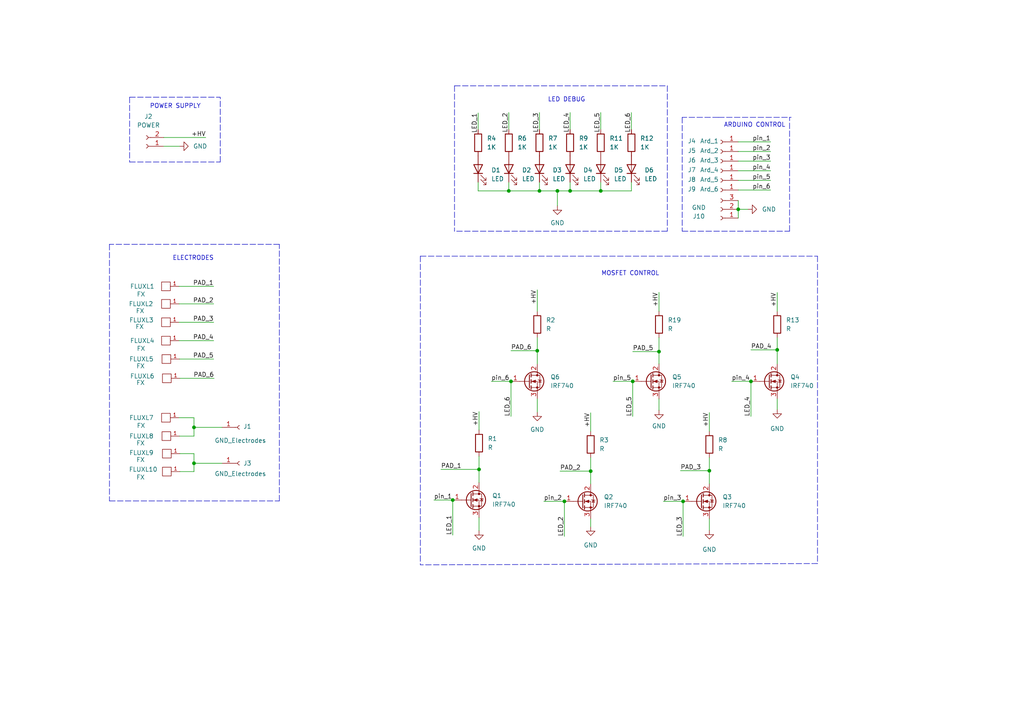
<source format=kicad_sch>
(kicad_sch (version 20211123) (generator eeschema)
  (paper "A4")
  (title_block (title "DigitalMicroFluicis") (company "DPEE_LAB") (comment 1 "Version_01") (comment 2 "Student ID: 19130152") (comment 3 "Author: Tran Thi Huynh Giao"))
  (lib_symbols
    (symbol "Connector:Conn_01x01_Female" (pin_names (offset 1.016) hide)
      (property "Reference" "J" (at 0 2.54 0))
      (property "Value" "Conn_01x01_Female" (at 0 -2.54 0))
      (symbol "Conn_01x01_Female_1_1"
        (polyline (pts (xy -1.27 0) (xy -0.508 0)) (stroke (width 0.1524)))
        (arc (start 0 0.508) (mid -0.508 0) (end 0 -0.508) (stroke (width 0.1524)))
        (pin passive line (at -5.08 0 0) (length 3.81) (name "Pin_1") (number "1"))
      )
    )
    (symbol "Connector:Conn_01x02_Female" (pin_names (offset 1.016) hide)
      (property "Reference" "J" (at 0 2.54 0))
      (property "Value" "Conn_01x02_Female" (at 0 -5.08 0))
      (symbol "Conn_01x02_Female_1_1"
        (arc (start 0 -2.032) (mid -0.508 -2.54) (end 0 -3.048) (stroke (width 0.1524)))
        (polyline (pts (xy -1.27 -2.54) (xy -0.508 -2.54)) (stroke (width 0.1524)))
        (polyline (pts (xy -1.27 0) (xy -0.508 0)) (stroke (width 0.1524)))
        (arc (start 0 0.508) (mid -0.508 0) (end 0 -0.508) (stroke (width 0.1524)))
        (pin passive line (at -5.08 0 0) (length 3.81) (name "Pin_1") (number "1"))
        (pin passive line (at -5.08 -2.54 0) (length 3.81) (name "Pin_2") (number "2"))
      )
    )
    (symbol "Connector:Conn_01x03_Female" (pin_names (offset 1.016) hide)
      (property "Reference" "J" (at 0 5.08 0))
      (property "Value" "Conn_01x03_Female" (at 0 -5.08 0))
      (symbol "Conn_01x03_Female_1_1"
        (arc (start 0 -2.032) (mid -0.508 -2.54) (end 0 -3.048) (stroke (width 0.1524)))
        (polyline (pts (xy -1.27 -2.54) (xy -0.508 -2.54)) (stroke (width 0.1524)))
        (polyline (pts (xy -1.27 0) (xy -0.508 0)) (stroke (width 0.1524)))
        (polyline (pts (xy -1.27 2.54) (xy -0.508 2.54)) (stroke (width 0.1524)))
        (arc (start 0 0.508) (mid -0.508 0) (end 0 -0.508) (stroke (width 0.1524)))
        (arc (start 0 3.048) (mid -0.508 2.54) (end 0 2.032) (stroke (width 0.1524)))
        (pin passive line (at -5.08 2.54 0) (length 3.81) (name "Pin_1") (number "1"))
        (pin passive line (at -5.08 0 0) (length 3.81) (name "Pin_2") (number "2"))
        (pin passive line (at -5.08 -2.54 0) (length 3.81) (name "Pin_3") (number "3"))
      )
    )
    (symbol "Device:LED" (pin_numbers hide) (pin_names (offset 1.016) hide)
      (property "Reference" "D" (at 0 2.54 0))
      (property "Value" "LED" (at 0 -2.54 0))
      (symbol "LED_0_1"
        (polyline (pts (xy -1.27 -1.27) (xy -1.27 1.27)) (stroke (width 0.254)))
        (polyline (pts (xy -1.27 0) (xy 1.27 0)))
        (polyline (pts (xy 1.27 -1.27) (xy 1.27 1.27) (xy -1.27 0) (xy 1.27 -1.27)) (stroke (width 0.254)))
        (polyline (pts (xy -3.048 -0.762) (xy -4.572 -2.286) (xy -3.81 -2.286) (xy -4.572 -2.286) (xy -4.572 -1.524)))
        (polyline (pts (xy -1.778 -0.762) (xy -3.302 -2.286) (xy -2.54 -2.286) (xy -3.302 -2.286) (xy -3.302 -1.524)))
      )
      (symbol "LED_1_1"
        (pin passive line (at -3.81 0 0) (length 2.54) (name "K") (number "1"))
        (pin passive line (at 3.81 0 180) (length 2.54) (name "A") (number "2"))
      )
    )
    (symbol "Device:R" (pin_numbers hide) (pin_names (offset 0))
      (property "Reference" "R" (at 2.032 0 90))
      (property "Value" "R" (at 0 0 90))
      (symbol "R_0_1"
        (rectangle (start -1.016 -2.54) (end 1.016 2.54) (stroke (width 0.254)))
      )
      (symbol "R_1_1"
        (pin passive line (at 0 3.81 270) (length 1.27) (name "~") (number "1"))
        (pin passive line (at 0 -3.81 90) (length 1.27) (name "~") (number "2"))
      )
    )
    (symbol "GaudiLabsPartsLibrary:FX" (pin_names (offset 1.016) hide)
      (property "Reference" "FLUXL" (at 0 2.54 0))
      (property "Value" "FX" (at 0 0 0))
      (symbol "FX_0_1"
        (rectangle (start -1.27 1.27) (end 1.27 -1.27))
      )
      (symbol "FX_1_1"
        (pin passive line (at 0 -3.81 90) (length 2.54) (name "1") (number "1"))
      )
    )
    (symbol "Transistor_FET:IRF740" (pin_names hide)
      (property "Reference" "Q" (at 6.35 1.905 0))
      (property "Value" "IRF740" (at 6.35 0 0))
      (symbol "IRF740_0_1"
        (polyline (pts (xy 0.254 0) (xy -2.54 0)))
        (polyline (pts (xy 0.254 1.905) (xy 0.254 -1.905)) (stroke (width 0.254)))
        (polyline (pts (xy 0.762 -1.27) (xy 0.762 -2.286)) (stroke (width 0.254)))
        (polyline (pts (xy 0.762 0.508) (xy 0.762 -0.508)) (stroke (width 0.254)))
        (polyline (pts (xy 0.762 2.286) (xy 0.762 1.27)) (stroke (width 0.254)))
        (polyline (pts (xy 2.54 2.54) (xy 2.54 1.778)))
        (polyline (pts (xy 2.54 -2.54) (xy 2.54 0) (xy 0.762 0)))
        (polyline (pts (xy 0.762 -1.778) (xy 3.302 -1.778) (xy 3.302 1.778) (xy 0.762 1.778)))
        (polyline (pts (xy 1.016 0) (xy 2.032 0.381) (xy 2.032 -0.381) (xy 1.016 0)) (fill (type outline)))
        (polyline (pts (xy 2.794 0.508) (xy 2.921 0.381) (xy 3.683 0.381) (xy 3.81 0.254)))
        (polyline (pts (xy 3.302 0.381) (xy 2.921 -0.254) (xy 3.683 -0.254) (xy 3.302 0.381)))
        (circle (center 1.651 0) (radius 2.794) (stroke (width 0.254)))
        (circle (center 2.54 -1.778) (radius 0.254) (fill (type outline)))
        (circle (center 2.54 1.778) (radius 0.254) (fill (type outline)))
      )
      (symbol "IRF740_1_1"
        (pin input line (at -5.08 0 0) (length 2.54) (name "G") (number "1"))
        (pin passive line (at 2.54 5.08 270) (length 2.54) (name "D") (number "2"))
        (pin passive line (at 2.54 -5.08 90) (length 2.54) (name "S") (number "3"))
      )
    )
    (symbol "power:GND" (power) (pin_names (offset 0))
      (property "Value" "GND" (at 0 -3.81 0))
      (symbol "GND_0_1"
        (polyline (pts (xy 0 0) (xy 0 -1.27) (xy 1.27 -1.27) (xy 0 -2.54) (xy -1.27 -1.27) (xy 0 -1.27)))
      )
      (symbol "GND_1_1"
        (pin power_in line (at 0 0 270) (length 0) hide (name "GND") (number "1"))
      )
    )
  )
  (junction (at 183.515 110.617))
  (junction (at 148.209 110.617))
  (junction (at 174.244 55.372))
  (junction (at 163.703 145.415))
  (junction (at 156.464 55.372))
  (junction (at 165.354 55.372))
  (junction (at 191.135 101.981))
  (junction (at 147.574 55.372))
  (junction (at 214.122 60.706))
  (junction (at 217.805 110.617))
  (junction (at 138.938 136.144))
  (junction (at 131.318 145.034))
  (junction (at 161.671 55.372))
  (junction (at 171.323 136.652))
  (junction (at 56.261 134.366))
  (junction (at 155.829 101.727))
  (junction (at 205.74 136.525))
  (junction (at 198.12 145.415))
  (junction (at 56.261 123.952))
  (junction (at 225.425 101.473))
  (wire (pts (xy 56.261 123.952) (xy 56.261 126.492)))
  (wire (pts (xy 56.261 121.158) (xy 56.261 123.952)))
  (polyline (pts (xy 63.881 46.99) (xy 63.881 28.194)))
  (wire (pts (xy 214.122 41.148) (xy 223.52 41.148)))
  (polyline (pts (xy 237.109 163.449) (xy 121.92 163.83)))
  (wire (pts (xy 191.135 101.981) (xy 191.135 105.537)))
  (polyline (pts (xy 193.548 67.056) (xy 131.826 67.056)))
  (polyline (pts (xy 37.592 28.194) (xy 63.881 28.194)))
  (wire (pts (xy 165.354 55.372) (xy 174.244 55.372)))
  (wire (pts (xy 138.684 32.766) (xy 138.684 37.592)))
  (polyline (pts (xy 31.75 145.288) (xy 81.026 145.288)))
  (polyline (pts (xy 197.866 67.056) (xy 229.0061 67.056)))
  (wire (pts (xy 147.574 55.372) (xy 147.574 52.832)))
  (wire (pts (xy 171.323 136.652) (xy 171.323 140.335)))
  (wire (pts (xy 165.354 32.639) (xy 165.354 37.592)))
  (wire (pts (xy 191.135 97.917) (xy 191.135 101.981)))
  (wire (pts (xy 217.805 101.473) (xy 225.425 101.473)))
  (wire (pts (xy 205.74 132.715) (xy 205.74 136.525)))
  (wire (pts (xy 127.889 136.144) (xy 138.938 136.144)))
  (wire (pts (xy 225.425 101.473) (xy 225.425 105.537)))
  (wire (pts (xy 147.574 55.372) (xy 156.464 55.372)))
  (wire (pts (xy 225.425 115.697) (xy 225.425 118.745)))
  (polyline (pts (xy 229.0061 67.056) (xy 229.0061 34.0318)))
  (wire (pts (xy 155.829 97.917) (xy 155.829 101.727)))
  (wire (pts (xy 52.197 109.728) (xy 62.103 109.728)))
  (wire (pts (xy 131.318 145.034) (xy 131.318 155.194)))
  (wire (pts (xy 52.197 136.779) (xy 56.261 136.779)))
  (wire (pts (xy 192.405 145.415) (xy 198.12 145.415)))
  (wire (pts (xy 56.261 134.366) (xy 64.389 134.366)))
  (wire (pts (xy 214.122 52.324) (xy 223.52 52.324)))
  (wire (pts (xy 157.734 145.415) (xy 163.703 145.415)))
  (polyline (pts (xy 208.3609 34.036) (xy 197.866 34.036)))
  (wire (pts (xy 156.464 32.639) (xy 156.464 37.592)))
  (wire (pts (xy 214.122 46.736) (xy 223.52 46.736)))
  (polyline (pts (xy 37.592 28.194) (xy 37.592 46.99)))
  (wire (pts (xy 198.12 145.415) (xy 198.12 155.575)))
  (polyline (pts (xy 237.109 74.295) (xy 237.109 163.449)))
  (wire (pts (xy 156.464 55.372) (xy 161.671 55.372)))
  (wire (pts (xy 51.943 83.058) (xy 61.976 83.058)))
  (wire (pts (xy 217.805 110.617) (xy 217.805 120.777)))
  (wire (pts (xy 174.244 55.372) (xy 183.134 55.372)))
  (wire (pts (xy 191.135 84.7852) (xy 191.135 90.297)))
  (wire (pts (xy 138.684 52.832) (xy 138.684 55.372)))
  (wire (pts (xy 138.938 150.114) (xy 138.938 153.924)))
  (wire (pts (xy 138.938 132.334) (xy 138.938 136.144)))
  (wire (pts (xy 56.261 134.366) (xy 56.261 136.779)))
  (wire (pts (xy 51.943 98.806) (xy 61.976 98.806)))
  (wire (pts (xy 171.323 150.495) (xy 171.323 152.781)))
  (polyline (pts (xy 131.826 24.892) (xy 193.548 24.892)))
  (wire (pts (xy 225.425 84.836) (xy 225.425 90.297)))
  (wire (pts (xy 197.358 136.525) (xy 205.74 136.525)))
  (polyline (pts (xy 197.866 34.036) (xy 197.866 67.056)))
  (wire (pts (xy 225.425 97.917) (xy 225.425 101.473)))
  (wire (pts (xy 183.134 55.372) (xy 183.134 52.832)))
  (wire (pts (xy 165.354 55.372) (xy 165.354 52.832)))
  (wire (pts (xy 142.494 110.617) (xy 148.209 110.617)))
  (wire (pts (xy 52.07 126.492) (xy 56.261 126.492)))
  (wire (pts (xy 212.217 110.617) (xy 217.805 110.617)))
  (wire (pts (xy 163.703 145.415) (xy 163.703 155.575)))
  (polyline (pts (xy 121.92 74.295) (xy 237.109 74.295)))
  (wire (pts (xy 52.197 131.572) (xy 56.261 131.572)))
  (wire (pts (xy 148.209 101.727) (xy 155.829 101.727)))
  (wire (pts (xy 47.498 42.418) (xy 52.07 42.418)))
  (wire (pts (xy 125.857 145.034) (xy 131.318 145.034)))
  (wire (pts (xy 155.829 101.727) (xy 155.829 105.537)))
  (wire (pts (xy 183.134 32.639) (xy 183.134 37.592)))
  (wire (pts (xy 51.943 121.158) (xy 56.261 121.158)))
  (wire (pts (xy 214.122 55.118) (xy 223.52 55.118)))
  (wire (pts (xy 148.209 110.617) (xy 148.209 120.777)))
  (wire (pts (xy 138.938 119.38) (xy 138.938 124.714)))
  (wire (pts (xy 155.829 84.074) (xy 155.829 90.297)))
  (polyline (pts (xy 193.548 24.892) (xy 193.548 67.056)))
  (wire (pts (xy 183.515 110.617) (xy 183.515 120.777)))
  (wire (pts (xy 161.671 55.372) (xy 165.354 55.372)))
  (wire (pts (xy 174.244 32.639) (xy 174.244 37.592)))
  (wire (pts (xy 171.323 119.7356) (xy 171.323 125.095)))
  (wire (pts (xy 183.515 101.981) (xy 191.135 101.981)))
  (wire (pts (xy 214.122 60.706) (xy 214.122 63.246)))
  (polyline (pts (xy 37.592 46.99) (xy 63.881 46.99)))
  (wire (pts (xy 162.433 136.652) (xy 171.323 136.652)))
  (polyline (pts (xy 31.75 70.866) (xy 31.75 145.288)))
  (wire (pts (xy 47.498 39.878) (xy 59.69 39.878)))
  (polyline (pts (xy 131.826 24.892) (xy 131.826 67.056)))
  (wire (pts (xy 138.938 136.144) (xy 138.938 139.954)))
  (wire (pts (xy 155.829 115.697) (xy 155.829 119.507)))
  (wire (pts (xy 205.74 150.495) (xy 205.74 153.797)))
  (wire (pts (xy 161.671 55.372) (xy 161.671 59.69)))
  (wire (pts (xy 214.122 60.706) (xy 216.916 60.706)))
  (wire (pts (xy 52.07 104.14) (xy 61.976 104.14)))
  (wire (pts (xy 56.261 123.952) (xy 64.389 123.952)))
  (wire (pts (xy 56.261 131.572) (xy 56.261 134.366)))
  (wire (pts (xy 51.943 93.472) (xy 61.976 93.472)))
  (polyline (pts (xy 121.92 74.295) (xy 121.92 163.83)))
  (wire (pts (xy 214.122 43.942) (xy 223.52 43.942)))
  (polyline (pts (xy 208.407 34.036) (xy 229.489 34.036)))
  (wire (pts (xy 138.684 55.372) (xy 147.574 55.372)))
  (wire (pts (xy 156.464 55.372) (xy 156.464 52.832)))
  (wire (pts (xy 205.74 119.6594) (xy 205.74 125.095)))
  (wire (pts (xy 214.122 49.53) (xy 223.52 49.53)))
  (wire (pts (xy 214.122 58.166) (xy 214.122 60.706)))
  (wire (pts (xy 51.943 88.138) (xy 61.976 88.138)))
  (polyline (pts (xy 81.026 70.866) (xy 31.75 70.866)))
  (wire (pts (xy 171.323 132.715) (xy 171.323 136.652)))
  (wire (pts (xy 174.244 55.372) (xy 174.244 52.832)))
  (polyline (pts (xy 81.026 145.288) (xy 81.026 70.866)))
  (wire (pts (xy 205.74 136.525) (xy 205.74 140.335)))
  (wire (pts (xy 177.8 110.617) (xy 183.515 110.617)))
  (wire (pts (xy 191.135 115.697) (xy 191.135 118.999)))
  (wire (pts (xy 147.574 32.639) (xy 147.574 37.592)))
  (text "POWER SUPPLY\n" (at 43.434 31.623 0) (effects (font (size 1.27 1.27)) (justify left bottom)))
  (text "ARDUINO CONTROL\n" (at 209.931 37.084 0) (effects (font (size 1.27 1.27)) (justify left bottom)))
  (text "LED DEBUG\n" (at 158.877 29.718 0) (effects (font (size 1.27 1.27)) (justify left bottom)))
  (text "ELECTRODES\n" (at 50.038 75.692 0) (effects (font (size 1.27 1.27)) (justify left bottom)))
  (text "MOSFET CONTROL\n" (at 174.371 80.137 0) (effects (font (size 1.27 1.27)) (justify left bottom)))
  (label "pin_5" (at 177.8 110.617 0))
  (label "PAD_6" (at 62.103 109.728 180))
  (label "pin_4" (at 223.52 49.53 180))
  (label "LED_4" (at 217.805 120.777 90))
  (label "LED_1" (at 131.318 155.194 90))
  (label "PAD_6" (at 148.209 101.727 0))
  (label "LED_6" (at 148.209 120.777 90))
  (label "+HV" (at 225.425 84.836 270))
  (label "+HV" (at 171.323 119.7356 270))
  (label "LED_3" (at 198.12 155.575 90))
  (label "LED_1" (at 138.684 32.766 270))
  (label "PAD_3" (at 61.976 93.472 180))
  (label "PAD_4" (at 217.805 101.473 0))
  (label "+HV" (at 205.74 119.6594 270))
  (label "+HV" (at 59.69 39.878 180))
  (label "+HV" (at 191.135 84.7852 270))
  (label "PAD_1" (at 127.889 136.144 0))
  (label "pin_5" (at 223.52 52.324 180))
  (label "pin_3" (at 192.405 145.415 0))
  (label "PAD_5" (at 183.515 101.981 0))
  (label "PAD_1" (at 61.976 83.058 180))
  (label "pin_6" (at 223.52 55.118 180))
  (label "+HV" (at 138.938 119.38 270))
  (label "pin_4" (at 212.217 110.617 0))
  (label "LED_4" (at 165.354 32.639 270))
  (label "LED_5" (at 174.244 32.639 270))
  (label "LED_5" (at 183.515 120.777 90))
  (label "pin_2" (at 223.52 43.942 180))
  (label "pin_6" (at 142.494 110.617 0))
  (label "LED_2" (at 163.703 155.575 90))
  (label "PAD_2" (at 61.976 88.138 180))
  (label "LED_3" (at 156.464 32.639 270))
  (label "pin_2" (at 157.734 145.415 0))
  (label "pin_1" (at 125.857 145.034 0))
  (label "+HV" (at 155.829 84.074 270))
  (label "PAD_5" (at 61.976 104.14 180))
  (label "LED_6" (at 183.134 32.639 270))
  (label "PAD_3" (at 197.358 136.525 0))
  (label "pin_1" (at 223.52 41.148 180))
  (label "PAD_2" (at 162.433 136.652 0))
  (label "LED_2" (at 147.574 32.639 270))
  (label "PAD_4" (at 61.976 98.806 180))
  (label "pin_3" (at 223.52 46.736 180))
  (symbol (lib_id "Device:R") (at 171.323 128.905 0) (unit 1)
    (property "Reference" "R3" (at 173.863 127.6349 0) (effects (justify left)))
    (property "Value" "R" (at 173.863 130.1749 0) (effects (justify left)))
    (property "Footprint" "Resistor_THT:R_Axial_DIN0207_L6.3mm_D2.5mm_P10.16mm_Horizontal" (effects hide))
  )
  (symbol (lib_id "Connector:Conn_01x01_Female") (at 69.469 123.952 0) (unit 1)
    (property "Reference" "J1" (at 71.755 123.698 0))
    (property "Value" "GND_Electrodes" (at 69.723 127.762 0))
    (property "Footprint" "Connector_PinSocket_2.54mm:PinSocket_1x01_P2.54mm_Vertical" (effects hide))
  )
  (symbol (lib_id "GaudiLabsPartsLibrary:FX") (at 48.387 131.572 90) (unit 1)
    (property "Reference" "FLUXL9" (at 41.021 131.318 90))
    (property "Value" "FX" (at 40.767 133.35 90))
    (property "Footprint" "GaudiLabsFootPrints:FLUXPAD_2_75_4MIL_FINAL" (effects hide))
  )
  (symbol (lib_id "power:GND") (at 155.829 119.507 0) (unit 1)
    (property "Reference" "#PWR0126" (effects hide))
    (property "Value" "GND" (at 155.829 124.587 0))
  )
  (symbol (lib_id "GaudiLabsPartsLibrary:FX") (at 48.387 109.728 90) (unit 1)
    (property "Reference" "FLUXL6" (at 41.275 109.093 90))
    (property "Value" "FX" (at 40.767 110.998 90))
    (property "Footprint" "GaudiLabsFootPrints:FLUXPAD_2_75_4MIL_FINAL" (effects hide))
  )
  (symbol (lib_id "Device:LED") (at 156.464 49.022 90) (unit 1)
    (property "Reference" "D3" (at 160.274 49.3394 90) (effects (justify right)))
    (property "Value" "LED" (at 160.274 51.8794 90) (effects (justify right)))
    (property "Footprint" "LED_THT:LED_D5.0mm_IRBlack" (effects hide))
  )
  (symbol (lib_id "Device:R") (at 155.829 94.107 0) (unit 1)
    (property "Reference" "R2" (at 158.369 92.8369 0) (effects (justify left)))
    (property "Value" "R" (at 158.369 95.3769 0) (effects (justify left)))
    (property "Footprint" "Resistor_THT:R_Axial_DIN0207_L6.3mm_D2.5mm_P10.16mm_Horizontal" (effects hide))
  )
  (symbol (lib_id "GaudiLabsPartsLibrary:FX") (at 48.133 83.058 90) (unit 1)
    (property "Reference" "FLUXL1" (at 41.275 83.058 90))
    (property "Value" "FX" (at 40.894 85.344 90))
    (property "Footprint" "GaudiLabsFootPrints:FLUXPAD_2_75_4MIL_FINAL" (effects hide))
  )
  (symbol (lib_id "GaudiLabsPartsLibrary:FX") (at 48.133 93.472 90) (unit 1)
    (property "Reference" "FLUXL3" (at 41.021 92.837 90))
    (property "Value" "FX" (at 40.513 94.742 90))
    (property "Footprint" "GaudiLabsFootPrints:FLUXPAD_2_75_4MIL_FINAL" (effects hide))
  )
  (symbol (lib_id "Device:LED") (at 183.134 49.022 90) (unit 1)
    (property "Reference" "D6" (at 186.944 49.3394 90) (effects (justify right)))
    (property "Value" "LED" (at 186.944 51.8794 90) (effects (justify right)))
    (property "Footprint" "LED_THT:LED_D5.0mm_IRBlack" (effects hide))
  )
  (symbol (lib_id "Device:R") (at 205.74 128.905 0) (unit 1)
    (property "Reference" "R8" (at 208.28 127.6349 0) (effects (justify left)))
    (property "Value" "R" (at 208.28 130.1749 0) (effects (justify left)))
    (property "Footprint" "Resistor_THT:R_Axial_DIN0207_L6.3mm_D2.5mm_P10.16mm_Horizontal" (effects hide))
  )
  (symbol (lib_id "GaudiLabsPartsLibrary:FX") (at 48.133 98.806 90) (unit 1)
    (property "Reference" "FLUXL4" (at 41.275 98.806 90))
    (property "Value" "FX" (at 40.894 101.092 90))
    (property "Footprint" "GaudiLabsFootPrints:FLUXPAD_2_75_4MIL_FINAL" (effects hide))
  )
  (symbol (lib_id "Connector:Conn_01x03_Female") (at 209.042 60.706 180) (unit 1)
    (property "Reference" "J10" (at 202.692 62.738 0))
    (property "Value" "GND" (at 202.692 60.198 0))
    (property "Footprint" "Connector_PinSocket_2.54mm:PinSocket_1x03_P2.54mm_Vertical" (effects hide))
  )
  (symbol (lib_id "GaudiLabsPartsLibrary:FX") (at 48.26 104.14 90) (unit 1)
    (property "Reference" "FLUXL5" (at 41.021 104.14 90))
    (property "Value" "FX" (at 40.767 106.172 90))
    (property "Footprint" "GaudiLabsFootPrints:FLUXPAD_2_75_4MIL_FINAL" (effects hide))
  )
  (symbol (lib_id "Connector:Conn_01x01_Female") (at 209.042 49.53 180) (unit 1)
    (property "Reference" "J7" (at 200.66 49.276 0))
    (property "Value" "Ard_4" (at 205.74 49.276 0))
    (property "Footprint" "Connector_PinSocket_2.54mm:PinSocket_1x01_P2.54mm_Vertical" (effects hide))
  )
  (symbol (lib_id "Device:LED") (at 138.684 49.022 90) (unit 1)
    (property "Reference" "D1" (at 142.494 49.3394 90) (effects (justify right)))
    (property "Value" "LED" (at 142.494 51.8794 90) (effects (justify right)))
    (property "Footprint" "LED_THT:LED_D5.0mm_IRBlack" (effects hide))
  )
  (symbol (lib_id "Device:R") (at 191.135 94.107 0) (unit 1)
    (property "Reference" "R19" (at 193.675 92.8369 0) (effects (justify left)))
    (property "Value" "R" (at 193.675 95.3769 0) (effects (justify left)))
    (property "Footprint" "Resistor_THT:R_Axial_DIN0207_L6.3mm_D2.5mm_P10.16mm_Horizontal" (effects hide))
  )
  (symbol (lib_id "power:GND") (at 225.425 118.745 0) (unit 1)
    (property "Reference" "#PWR0108" (effects hide))
    (property "Value" "GND" (at 225.425 124.333 0))
  )
  (symbol (lib_id "Device:R") (at 183.134 41.402 0) (unit 1)
    (property "Reference" "R12" (at 185.674 40.1319 0) (effects (justify left)))
    (property "Value" "1K" (at 185.674 42.6719 0) (effects (justify left)))
    (property "Footprint" "Resistor_THT:R_Axial_DIN0207_L6.3mm_D2.5mm_P10.16mm_Horizontal" (effects hide))
  )
  (symbol (lib_id "GaudiLabsPartsLibrary:FX") (at 48.26 126.492 90) (unit 1)
    (property "Reference" "FLUXL8" (at 41.021 126.492 90))
    (property "Value" "FX" (at 40.767 128.524 90))
    (property "Footprint" "GaudiLabsFootPrints:FLUXPAD_2_75_4MIL_FINAL" (effects hide))
  )
  (symbol (lib_id "power:GND") (at 216.916 60.706 90) (unit 1)
    (property "Reference" "#PWR02" (effects hide))
    (property "Value" "GND" (at 220.98 60.7059 90) (effects (justify right)))
  )
  (symbol (lib_id "power:GND") (at 205.74 153.797 0) (unit 1)
    (property "Reference" "#PWR0107" (effects hide))
    (property "Value" "GND" (at 205.74 159.385 0))
  )
  (symbol (lib_id "GaudiLabsPartsLibrary:FX") (at 48.387 136.779 90) (unit 1)
    (property "Reference" "FLUXL10" (at 41.529 136.144 90))
    (property "Value" "FX" (at 40.767 138.43 90))
    (property "Footprint" "GaudiLabsFootPrints:FLUXPAD_2_75_4MIL_FINAL" (effects hide))
  )
  (symbol (lib_id "Device:R") (at 156.464 41.402 0) (unit 1)
    (property "Reference" "R7" (at 159.004 40.1319 0) (effects (justify left)))
    (property "Value" "1K" (at 159.004 42.6719 0) (effects (justify left)))
    (property "Footprint" "Resistor_THT:R_Axial_DIN0207_L6.3mm_D2.5mm_P10.16mm_Horizontal" (effects hide))
  )
  (symbol (lib_id "Device:LED") (at 165.354 49.022 90) (unit 1)
    (property "Reference" "D4" (at 169.164 49.3394 90) (effects (justify right)))
    (property "Value" "LED" (at 169.164 51.8794 90) (effects (justify right)))
    (property "Footprint" "LED_THT:LED_D5.0mm_IRBlack" (effects hide))
  )
  (symbol (lib_id "Transistor_FET:IRF740") (at 168.783 145.415 0) (unit 1)
    (property "Reference" "Q2" (at 175.133 144.1449 0) (effects (justify left)))
    (property "Value" "IRF740" (at 175.133 146.6849 0) (effects (justify left)))
    (property "Footprint" "Package_TO_SOT_THT:TO-220-3_Vertical" (effects hide))
    (property "Datasheet" "http://www.vishay.com/docs/91054/91054.pdf" (effects hide))
  )
  (symbol (lib_id "Connector:Conn_01x01_Female") (at 209.042 46.736 180) (unit 1)
    (property "Reference" "J6" (at 200.66 46.482 0))
    (property "Value" "Ard_3" (at 205.74 46.482 0))
    (property "Footprint" "Connector_PinSocket_2.54mm:PinSocket_1x01_P2.54mm_Vertical" (effects hide))
  )
  (symbol (lib_id "Device:R") (at 225.425 94.107 0) (unit 1)
    (property "Reference" "R13" (at 227.965 92.8369 0) (effects (justify left)))
    (property "Value" "R" (at 227.965 95.3769 0) (effects (justify left)))
    (property "Footprint" "Resistor_THT:R_Axial_DIN0207_L6.3mm_D2.5mm_P10.16mm_Horizontal" (effects hide))
  )
  (symbol (lib_id "Transistor_FET:IRF740") (at 222.885 110.617 0) (unit 1)
    (property "Reference" "Q4" (at 229.235 109.3469 0) (effects (justify left)))
    (property "Value" "IRF740" (at 229.235 111.8869 0) (effects (justify left)))
    (property "Footprint" "Package_TO_SOT_THT:TO-220-3_Vertical" (effects hide))
    (property "Datasheet" "http://www.vishay.com/docs/91054/91054.pdf" (effects hide))
  )
  (symbol (lib_id "power:GND") (at 171.323 152.781 0) (unit 1)
    (property "Reference" "#PWR0111" (effects hide))
    (property "Value" "GND" (at 171.323 158.115 0))
  )
  (symbol (lib_id "Connector:Conn_01x01_Female") (at 209.042 55.118 180) (unit 1)
    (property "Reference" "J9" (at 200.66 54.864 0))
    (property "Value" "Ard_6" (at 205.74 54.864 0))
    (property "Footprint" "Connector_PinSocket_2.54mm:PinSocket_1x01_P2.54mm_Vertical" (effects hide))
  )
  (symbol (lib_id "Device:R") (at 174.244 41.402 0) (unit 1)
    (property "Reference" "R11" (at 176.784 40.1319 0) (effects (justify left)))
    (property "Value" "1K" (at 176.784 42.6719 0) (effects (justify left)))
    (property "Footprint" "Resistor_THT:R_Axial_DIN0207_L6.3mm_D2.5mm_P10.16mm_Horizontal" (effects hide))
  )
  (symbol (lib_id "power:GND") (at 138.938 153.924 0) (unit 1)
    (property "Reference" "#PWR0110" (effects hide))
    (property "Value" "GND" (at 138.938 159.004 0))
  )
  (symbol (lib_id "Device:R") (at 138.684 41.402 0) (unit 1)
    (property "Reference" "R4" (at 141.224 40.1319 0) (effects (justify left)))
    (property "Value" "1K" (at 141.224 42.6719 0) (effects (justify left)))
    (property "Footprint" "Resistor_THT:R_Axial_DIN0207_L6.3mm_D2.5mm_P10.16mm_Horizontal" (effects hide))
  )
  (symbol (lib_id "Device:LED") (at 147.574 49.022 90) (unit 1)
    (property "Reference" "D2" (at 151.384 49.3394 90) (effects (justify right)))
    (property "Value" "LED" (at 151.384 51.8794 90) (effects (justify right)))
    (property "Footprint" "LED_THT:LED_D5.0mm_IRBlack" (effects hide))
  )
  (symbol (lib_id "Connector:Conn_01x02_Female") (at 42.418 42.418 180) (unit 1)
    (property "Reference" "J2" (at 43.053 33.782 0))
    (property "Value" "POWER" (at 43.053 36.322 0))
    (property "Footprint" "TerminalBlock:TerminalBlock_bornier-2_P5.08mm" (effects hide))
  )
  (symbol (lib_id "Device:R") (at 138.938 128.524 0) (unit 1)
    (property "Reference" "R1" (at 141.478 127.2539 0) (effects (justify left)))
    (property "Value" "R" (at 141.478 129.7939 0) (effects (justify left)))
    (property "Footprint" "Resistor_THT:R_Axial_DIN0207_L6.3mm_D2.5mm_P10.16mm_Horizontal" (effects hide))
  )
  (symbol (lib_id "Transistor_FET:IRF740") (at 153.289 110.617 0) (unit 1)
    (property "Reference" "Q6" (at 159.639 109.3469 0) (effects (justify left)))
    (property "Value" "IRF740" (at 159.639 111.8869 0) (effects (justify left)))
    (property "Footprint" "Package_TO_SOT_THT:TO-220-3_Vertical" (effects hide))
    (property "Datasheet" "http://www.vishay.com/docs/91054/91054.pdf" (effects hide))
  )
  (symbol (lib_id "GaudiLabsPartsLibrary:FX") (at 48.133 121.158 90) (unit 1)
    (property "Reference" "FLUXL7" (at 41.021 121.158 90))
    (property "Value" "FX" (at 40.894 123.444 90))
    (property "Footprint" "GaudiLabsFootPrints:FLUXPAD_2_75_4MIL_FINAL" (effects hide))
  )
  (symbol (lib_id "power:GND") (at 161.671 59.69 0) (unit 1)
    (property "Reference" "#PWR01" (effects hide))
    (property "Value" "GND" (at 161.671 64.643 0))
  )
  (symbol (lib_id "Connector:Conn_01x01_Female") (at 69.469 134.366 0) (unit 1)
    (property "Reference" "J3" (at 71.755 134.366 0))
    (property "Value" "GND_Electrodes" (at 69.723 137.414 0))
    (property "Footprint" "Connector_PinSocket_2.54mm:PinSocket_1x01_P2.54mm_Vertical" (effects hide))
  )
  (symbol (lib_id "Transistor_FET:IRF740") (at 188.595 110.617 0) (unit 1)
    (property "Reference" "Q5" (at 194.945 109.3469 0) (effects (justify left)))
    (property "Value" "IRF740" (at 194.945 111.8869 0) (effects (justify left)))
    (property "Footprint" "Package_TO_SOT_THT:TO-220-3_Vertical" (effects hide))
    (property "Datasheet" "http://www.vishay.com/docs/91054/91054.pdf" (effects hide))
  )
  (symbol (lib_id "Connector:Conn_01x01_Female") (at 209.042 43.942 180) (unit 1)
    (property "Reference" "J5" (at 200.66 43.688 0))
    (property "Value" "Ard_2" (at 205.74 43.688 0))
    (property "Footprint" "Connector_PinSocket_2.54mm:PinSocket_1x01_P2.54mm_Vertical" (effects hide))
  )
  (symbol (lib_id "Transistor_FET:IRF740") (at 203.2 145.415 0) (unit 1)
    (property "Reference" "Q3" (at 209.55 144.1449 0) (effects (justify left)))
    (property "Value" "IRF740" (at 209.55 146.6849 0) (effects (justify left)))
    (property "Footprint" "Package_TO_SOT_THT:TO-220-3_Vertical" (effects hide))
    (property "Datasheet" "http://www.vishay.com/docs/91054/91054.pdf" (effects hide))
  )
  (symbol (lib_id "Connector:Conn_01x01_Female") (at 209.042 41.148 180) (unit 1)
    (property "Reference" "J4" (at 200.66 40.894 0))
    (property "Value" "Ard_1" (at 205.74 40.894 0))
    (property "Footprint" "Connector_PinSocket_2.54mm:PinSocket_1x01_P2.54mm_Vertical" (effects hide))
  )
  (symbol (lib_id "power:GND") (at 191.135 118.999 0) (unit 1)
    (property "Reference" "#PWR0103" (effects hide))
    (property "Value" "GND" (at 191.135 123.571 0))
  )
  (symbol (lib_id "Device:R") (at 147.574 41.402 0) (unit 1)
    (property "Reference" "R6" (at 150.114 40.1319 0) (effects (justify left)))
    (property "Value" "1K" (at 150.114 42.6719 0) (effects (justify left)))
    (property "Footprint" "Resistor_THT:R_Axial_DIN0207_L6.3mm_D2.5mm_P10.16mm_Horizontal" (effects hide))
  )
  (symbol (lib_id "Device:R") (at 165.354 41.402 0) (unit 1)
    (property "Reference" "R9" (at 167.894 40.1319 0) (effects (justify left)))
    (property "Value" "1K" (at 167.894 42.6719 0) (effects (justify left)))
    (property "Footprint" "Resistor_THT:R_Axial_DIN0207_L6.3mm_D2.5mm_P10.16mm_Horizontal" (effects hide))
  )
  (symbol (lib_id "Transistor_FET:IRF740") (at 136.398 145.034 0) (unit 1)
    (property "Reference" "Q1" (at 142.748 143.7639 0) (effects (justify left)))
    (property "Value" "IRF740" (at 142.748 146.3039 0) (effects (justify left)))
    (property "Footprint" "Package_TO_SOT_THT:TO-220-3_Vertical" (effects hide))
    (property "Datasheet" "http://www.vishay.com/docs/91054/91054.pdf" (effects hide))
  )
  (symbol (lib_id "Device:LED") (at 174.244 49.022 90) (unit 1)
    (property "Reference" "D5" (at 178.054 49.3394 90) (effects (justify right)))
    (property "Value" "LED" (at 178.054 51.8794 90) (effects (justify right)))
    (property "Footprint" "LED_THT:LED_D5.0mm_IRBlack" (effects hide))
  )
  (symbol (lib_id "power:GND") (at 52.07 42.418 90) (unit 1)
    (property "Reference" "#PWR0109" (effects hide))
    (property "Value" "GND" (at 56.007 42.4179 90) (effects (justify right)))
  )
  (symbol (lib_id "GaudiLabsPartsLibrary:FX") (at 48.133 88.138 90) (unit 1)
    (property "Reference" "FLUXL2" (at 40.894 88.138 90))
    (property "Value" "FX" (at 40.64 90.17 90))
    (property "Footprint" "GaudiLabsFootPrints:FLUXPAD_2_75_4MIL_FINAL" (effects hide))
  )
  (symbol (lib_id "Connector:Conn_01x01_Female") (at 209.042 52.324 180) (unit 1)
    (property "Reference" "J8" (at 200.66 52.07 0))
    (property "Value" "Ard_5" (at 205.74 52.07 0))
    (property "Footprint" "Connector_PinSocket_2.54mm:PinSocket_1x01_P2.54mm_Vertical" (effects hide))
  )
)
</source>
